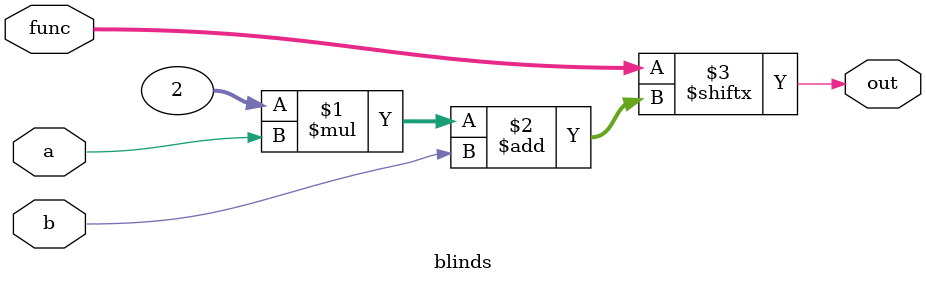
<source format=v>

`timescale 1ns / 100ps

module blinds(
    input a,
    input b,
    input [3:0] func,
    output out
    );
    
    wire   out;
         
      //Todo: add you logic here
	assign out = func[2*a + b];

endmodule

</source>
